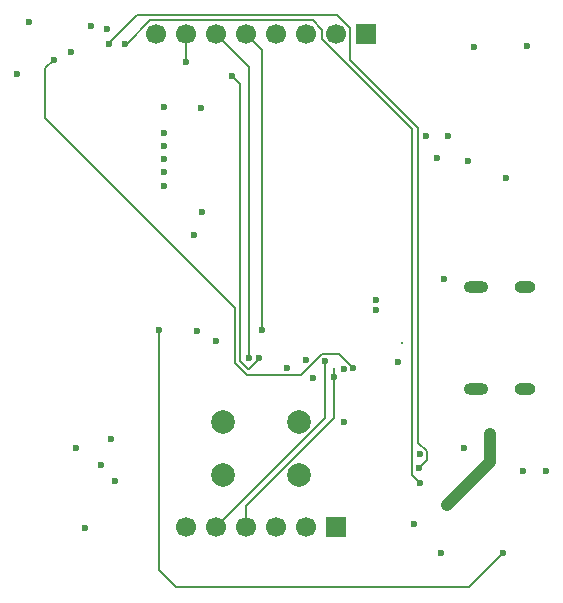
<source format=gbr>
%TF.GenerationSoftware,KiCad,Pcbnew,9.0.1*%
%TF.CreationDate,2025-09-03T21:59:16+02:00*%
%TF.ProjectId,cartouche v1,63617274-6f75-4636-9865-2076312e6b69,rev?*%
%TF.SameCoordinates,Original*%
%TF.FileFunction,Copper,L2,Inr*%
%TF.FilePolarity,Positive*%
%FSLAX46Y46*%
G04 Gerber Fmt 4.6, Leading zero omitted, Abs format (unit mm)*
G04 Created by KiCad (PCBNEW 9.0.1) date 2025-09-03 21:59:16*
%MOMM*%
%LPD*%
G01*
G04 APERTURE LIST*
%TA.AperFunction,ComponentPad*%
%ADD10C,2.000000*%
%TD*%
%TA.AperFunction,ComponentPad*%
%ADD11R,1.700000X1.700000*%
%TD*%
%TA.AperFunction,ComponentPad*%
%ADD12C,1.700000*%
%TD*%
%TA.AperFunction,HeatsinkPad*%
%ADD13O,2.100000X1.000000*%
%TD*%
%TA.AperFunction,HeatsinkPad*%
%ADD14O,1.800000X1.000000*%
%TD*%
%TA.AperFunction,ViaPad*%
%ADD15C,0.600000*%
%TD*%
%TA.AperFunction,ViaPad*%
%ADD16C,0.300000*%
%TD*%
%TA.AperFunction,Conductor*%
%ADD17C,0.200000*%
%TD*%
%TA.AperFunction,Conductor*%
%ADD18C,1.000000*%
%TD*%
G04 APERTURE END LIST*
D10*
%TO.N,Net-(R3-Pad2)*%
%TO.C,S1*%
X147024999Y-114150000D03*
X153524999Y-114150000D03*
%TO.N,GND*%
X147024999Y-118650000D03*
X153524999Y-118650000D03*
%TD*%
D11*
%TO.N,GND*%
%TO.C,U4*%
X159164999Y-81300000D03*
D12*
%TO.N,Vout3v3*%
X156624999Y-81300000D03*
%TO.N,SPI SCK*%
X154084999Y-81300000D03*
%TO.N,SPI MOSI*%
X151544999Y-81300000D03*
%TO.N,Net-(U4-RES)*%
X149004999Y-81300000D03*
%TO.N,\u00C9cran D{slash}C*%
X146464999Y-81300000D03*
%TO.N,Net-(U4-CS)*%
X143924999Y-81300000D03*
%TO.N,Vout3v3*%
X141384999Y-81300000D03*
%TD*%
D11*
%TO.N,GND*%
%TO.C,J2*%
X156624999Y-123100000D03*
D12*
%TO.N,CS Console*%
X154084999Y-123100000D03*
%TO.N,SPI MOSI*%
X151544999Y-123100000D03*
%TO.N,SPI MISO*%
X149004999Y-123100000D03*
%TO.N,SPI SCK*%
X146464999Y-123100000D03*
%TO.N,+5V*%
X143924999Y-123100000D03*
%TD*%
D13*
%TO.N,GND*%
%TO.C,USB-C*%
X168485000Y-111370000D03*
D14*
X172665000Y-111370000D03*
D13*
X168485000Y-102730000D03*
D14*
X172665000Y-102730000D03*
%TD*%
D15*
%TO.N,Net-(U_TC4056A1-STDBY)*%
X137400000Y-82202767D03*
%TO.N,Net-(U_TC4056A1-CHRG)*%
X138800000Y-82200000D03*
%TO.N,Net-(Q1-S)*%
X166150000Y-89950000D03*
X171050000Y-93550000D03*
%TO.N,Vout3v3*%
X168300000Y-82400000D03*
X172800000Y-82360000D03*
%TO.N,+5V*%
X166050000Y-121250000D03*
%TO.N,3v3*%
X134612500Y-116387500D03*
X137900000Y-119200000D03*
%TO.N,GND*%
X165500000Y-125300000D03*
X142087500Y-90850000D03*
D16*
X162200000Y-107500000D03*
D15*
%TO.N,OUT+*%
X141600000Y-106400000D03*
X165200000Y-91875000D03*
X163700000Y-116900000D03*
X170800000Y-125300000D03*
%TO.N,+5V*%
X137200000Y-80900000D03*
X169700000Y-115200000D03*
%TO.N,Vout3v3*%
X142100000Y-93050000D03*
X130600000Y-80300000D03*
X134225000Y-82900000D03*
X144600000Y-98400000D03*
%TO.N,Vin*%
X135400000Y-123200000D03*
X164250000Y-90000000D03*
X167800000Y-92100000D03*
%TO.N,Net-(U_polux1-VAUX)*%
X136700000Y-117800000D03*
X137600000Y-115600000D03*
%TO.N,SPI MOSI*%
X142100000Y-94200000D03*
X154700000Y-110500000D03*
%TO.N,SPI MISO*%
X142087500Y-89750000D03*
X156500000Y-110400000D03*
%TO.N,SPI SCK*%
X142087500Y-91950000D03*
X155700000Y-109000000D03*
%TO.N,CS Console*%
X154100000Y-108900000D03*
%TO.N,LEDrgb*%
X160000000Y-103900000D03*
X135900000Y-80700000D03*
%TO.N,Net-(Q3-G2)*%
X167500000Y-116400000D03*
X174400000Y-118362500D03*
%TO.N,Net-(Q3-G1)*%
X163200000Y-122800000D03*
X172500000Y-118362500D03*
%TO.N,Net-(U_TC4056A1-CHRG)*%
X163700000Y-119356348D03*
%TO.N,Net-(U_TC4056A1-STDBY)*%
X163678652Y-118065000D03*
%TO.N,CS_sdcard*%
X145300000Y-96400000D03*
X152500000Y-109600000D03*
%TO.N,CD*%
X157300000Y-109700000D03*
X145200000Y-87600000D03*
%TO.N,Boot Mode Select*%
X132725000Y-83550000D03*
X158100000Y-109600000D03*
%TO.N,Net-(U4-CS)*%
X143900000Y-83700000D03*
%TO.N,CS \u00C9cran*%
X147800000Y-84900000D03*
X150100000Y-108800000D03*
%TO.N,Net-(U4-RES)*%
X144900000Y-106500000D03*
X150400000Y-106400000D03*
%TO.N,SW-reset*%
X129615472Y-84755913D03*
X146500000Y-107300000D03*
%TO.N,SW-1*%
X160000000Y-104700000D03*
X157300000Y-114200000D03*
%TO.N,Net-(U3-CD)*%
X142087500Y-87550000D03*
%TO.N,\u00C9cran D{slash}C*%
X149300000Y-108800000D03*
X149300000Y-108800000D03*
X149300000Y-108800000D03*
%TO.N,OUT+*%
X161900000Y-109100000D03*
%TO.N,+5V*%
X165750000Y-102050000D03*
%TD*%
D17*
%TO.N,Boot Mode Select*%
X153649057Y-110201000D02*
X155451057Y-108399000D01*
X156899000Y-108399000D02*
X158100000Y-109600000D01*
X148099000Y-104528715D02*
X148099000Y-109166100D01*
X132725000Y-83550000D02*
X132025000Y-84250000D01*
X155451057Y-108399000D02*
X156899000Y-108399000D01*
X132025000Y-84250000D02*
X132025000Y-88454715D01*
X132025000Y-88454715D02*
X148099000Y-104528715D01*
X148099000Y-109166100D02*
X149133900Y-110201000D01*
X149133900Y-110201000D02*
X153649057Y-110201000D01*
D18*
%TO.N,+5V*%
X169700000Y-117600000D02*
X166050000Y-121250000D01*
X169700000Y-115200000D02*
X169700000Y-117600000D01*
D17*
%TO.N,CS \u00C9cran*%
X147800000Y-84900000D02*
X148500000Y-85600000D01*
X148500000Y-85600000D02*
X148500000Y-109000000D01*
X148500000Y-109000000D02*
X149200000Y-109700000D01*
X149200000Y-109700000D02*
X149249943Y-109700000D01*
X149249943Y-109700000D02*
X150100000Y-108849943D01*
X150100000Y-108849943D02*
X150100000Y-108800000D01*
%TO.N,OUT+*%
X170800000Y-125300000D02*
X167901000Y-128199000D01*
X143100000Y-128199000D02*
X141600000Y-126699000D01*
X141600000Y-126699000D02*
X141600000Y-106400000D01*
X167901000Y-128199000D02*
X143100000Y-128199000D01*
%TO.N,SPI MOSI*%
X151544999Y-123100000D02*
X151500000Y-123100000D01*
%TO.N,SPI MISO*%
X156500000Y-110400000D02*
X156500000Y-109600000D01*
X156500000Y-113835107D02*
X156500000Y-110400000D01*
X149004999Y-123100000D02*
X149004999Y-121330108D01*
X149004999Y-121330108D02*
X156500000Y-113835107D01*
X156500000Y-109600000D02*
X156500000Y-109700000D01*
%TO.N,SPI SCK*%
X154084999Y-81300000D02*
X154100000Y-81300000D01*
X155700000Y-113864999D02*
X146464999Y-123100000D01*
X155700000Y-109600000D02*
X155700000Y-109000000D01*
X155700000Y-109500000D02*
X155700000Y-113864999D01*
X155700000Y-109500000D02*
X155700000Y-109600000D01*
X154100000Y-81300000D02*
X154200000Y-81400000D01*
%TO.N,Net-(U_TC4056A1-STDBY)*%
X163600000Y-115950057D02*
X163600000Y-89335661D01*
X139752000Y-79748000D02*
X137300000Y-82200000D01*
X163600000Y-89335661D02*
X157775999Y-83511660D01*
X157775999Y-83511660D02*
X157775999Y-80823240D01*
X164301000Y-117442652D02*
X164301000Y-116651057D01*
X163678652Y-118065000D02*
X164301000Y-117442652D01*
X164301000Y-116651057D02*
X163600000Y-115950057D01*
X157775999Y-80823240D02*
X156700759Y-79748000D01*
X156700759Y-79748000D02*
X139752000Y-79748000D01*
%TO.N,Net-(U4-CS)*%
X143924999Y-81300000D02*
X143900000Y-81300000D01*
X143900000Y-81300000D02*
X143900000Y-83700000D01*
X143900000Y-83700000D02*
X143900000Y-83800000D01*
%TO.N,Net-(U4-RES)*%
X150400000Y-82695001D02*
X150400000Y-106400000D01*
X149004999Y-81300000D02*
X150400000Y-82695001D01*
%TO.N,\u00C9cran D{slash}C*%
X149300000Y-108800000D02*
X149300000Y-84135001D01*
X149300000Y-84135001D02*
X146464999Y-81300000D01*
%TO.N,Net-(U_TC4056A1-CHRG)*%
X163700000Y-119356348D02*
X163054598Y-118710946D01*
X140908239Y-80149000D02*
X138900000Y-82157239D01*
X163054598Y-118710946D02*
X163054598Y-89357359D01*
X138900000Y-82200000D02*
X138800000Y-82200000D01*
X138900000Y-82157239D02*
X138900000Y-82200000D01*
X163054598Y-89357359D02*
X155473999Y-81776760D01*
X154649000Y-80149000D02*
X140908239Y-80149000D01*
X155473999Y-80973999D02*
X154649000Y-80149000D01*
X155473999Y-81776760D02*
X155473999Y-80973999D01*
%TD*%
M02*

</source>
